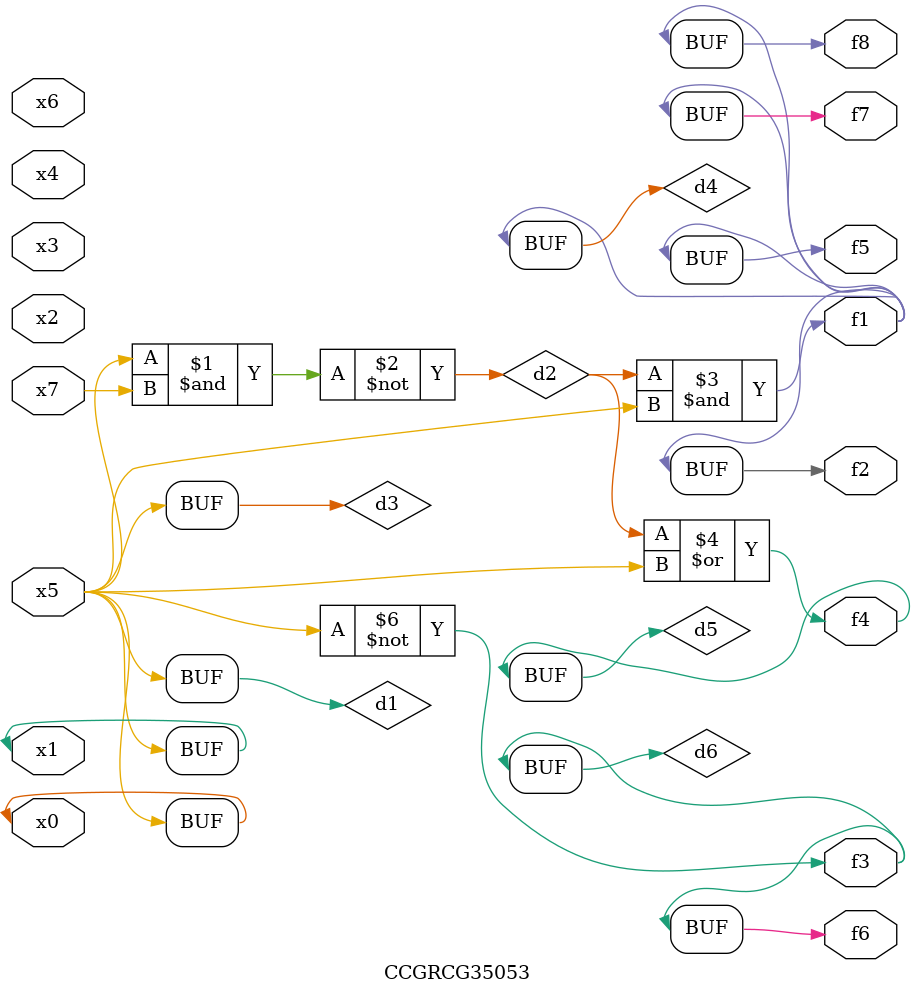
<source format=v>
module CCGRCG35053(
	input x0, x1, x2, x3, x4, x5, x6, x7,
	output f1, f2, f3, f4, f5, f6, f7, f8
);

	wire d1, d2, d3, d4, d5, d6;

	buf (d1, x0, x5);
	nand (d2, x5, x7);
	buf (d3, x0, x1);
	and (d4, d2, d3);
	or (d5, d2, d3);
	nor (d6, d1, d3);
	assign f1 = d4;
	assign f2 = d4;
	assign f3 = d6;
	assign f4 = d5;
	assign f5 = d4;
	assign f6 = d6;
	assign f7 = d4;
	assign f8 = d4;
endmodule

</source>
